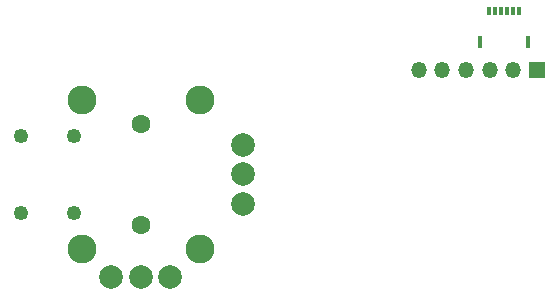
<source format=gbr>
%TF.GenerationSoftware,KiCad,Pcbnew,8.0.2*%
%TF.CreationDate,2024-08-23T13:57:59-07:00*%
%TF.ProjectId,UGC_SubStick,5547435f-5375-4625-9374-69636b2e6b69,rev?*%
%TF.SameCoordinates,Original*%
%TF.FileFunction,Soldermask,Bot*%
%TF.FilePolarity,Negative*%
%FSLAX46Y46*%
G04 Gerber Fmt 4.6, Leading zero omitted, Abs format (unit mm)*
G04 Created by KiCad (PCBNEW 8.0.2) date 2024-08-23 13:57:59*
%MOMM*%
%LPD*%
G01*
G04 APERTURE LIST*
%ADD10C,2.450000*%
%ADD11C,1.600000*%
%ADD12C,1.250000*%
%ADD13C,2.000000*%
%ADD14R,1.350000X1.350000*%
%ADD15O,1.350000X1.350000*%
%ADD16R,0.300000X0.700000*%
%ADD17R,0.300000X1.000000*%
G04 APERTURE END LIST*
D10*
%TO.C,SW1*%
X242207200Y-143363518D03*
X242207200Y-156013518D03*
D11*
X247207200Y-145388518D03*
X247207200Y-153988518D03*
D10*
X252207200Y-143363518D03*
X252207200Y-156013518D03*
D12*
X241557200Y-146438518D03*
X241557200Y-152938518D03*
X237057200Y-146438518D03*
X237057200Y-152938518D03*
D13*
X244707200Y-158388518D03*
X247207200Y-158388518D03*
X249707200Y-158388518D03*
X255907200Y-152188518D03*
X255907200Y-149688518D03*
X255907200Y-147188518D03*
%TD*%
D14*
%TO.C,J1*%
X280761001Y-140867407D03*
D15*
X278761001Y-140867407D03*
X276761001Y-140867407D03*
X274761001Y-140867407D03*
X272761001Y-140867407D03*
X270761001Y-140867407D03*
%TD*%
D16*
%TO.C,J2*%
X279213716Y-135850698D03*
X278713716Y-135850698D03*
X278213716Y-135850698D03*
X277713716Y-135850698D03*
X277213716Y-135850698D03*
X276713716Y-135850698D03*
D17*
X280003716Y-138500698D03*
X275923716Y-138500698D03*
%TD*%
M02*

</source>
